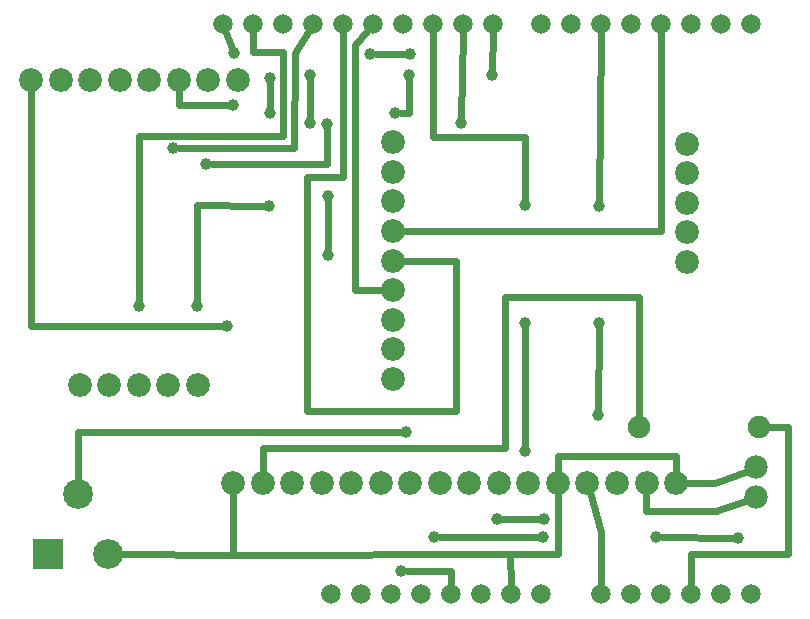
<source format=gtl>
G04 MADE WITH FRITZING*
G04 WWW.FRITZING.ORG*
G04 DOUBLE SIDED*
G04 HOLES PLATED*
G04 CONTOUR ON CENTER OF CONTOUR VECTOR*
%ASAXBY*%
%FSLAX23Y23*%
%MOIN*%
%OFA0B0*%
%SFA1.0B1.0*%
%ADD10C,0.039370*%
%ADD11C,0.099000*%
%ADD12C,0.075000*%
%ADD13C,0.079370*%
%ADD14C,0.078000*%
%ADD15C,0.065278*%
%ADD16R,0.099000X0.099000*%
%ADD17C,0.024000*%
%LNCOPPER1*%
G90*
G70*
G54D10*
X1352Y642D03*
X1537Y1673D03*
X757Y996D03*
X781Y1906D03*
X462Y1063D03*
X576Y1587D03*
X1336Y177D03*
X1655Y351D03*
X1812Y351D03*
X1994Y697D03*
X1749Y579D03*
G54D11*
X359Y236D03*
X159Y236D03*
X259Y436D03*
G54D12*
X2531Y658D03*
X2131Y658D03*
G54D13*
X265Y799D03*
X364Y799D03*
X462Y799D03*
X560Y799D03*
X659Y799D03*
X2253Y473D03*
X2155Y473D03*
X2057Y473D03*
X1958Y473D03*
X1860Y473D03*
X1761Y473D03*
X1663Y473D03*
X1564Y473D03*
X1466Y473D03*
X1368Y473D03*
X1269Y473D03*
X1171Y473D03*
X1072Y473D03*
X974Y473D03*
X875Y473D03*
X777Y473D03*
X2289Y1209D03*
X2289Y1307D03*
X2289Y1406D03*
X2289Y1504D03*
X2289Y1603D03*
X1309Y1607D03*
X1309Y1508D03*
X1309Y1410D03*
X1309Y1311D03*
X1309Y1213D03*
X1309Y1114D03*
X1309Y1016D03*
X1309Y918D03*
X1309Y819D03*
X793Y1815D03*
X694Y1815D03*
X596Y1815D03*
X498Y1815D03*
X399Y1815D03*
X301Y1815D03*
X202Y1815D03*
X104Y1815D03*
G54D14*
X2521Y524D03*
X2521Y425D03*
G54D10*
X1749Y1004D03*
X1749Y1398D03*
X1446Y292D03*
X1809Y292D03*
X2186Y292D03*
X2461Y288D03*
X1092Y1429D03*
X1092Y1233D03*
X895Y1394D03*
X655Y1063D03*
X777Y1733D03*
X1234Y1902D03*
X1368Y1902D03*
X686Y1536D03*
X1091Y1667D03*
X1316Y1705D03*
X1364Y1831D03*
X1639Y1831D03*
X1998Y1394D03*
X1996Y1004D03*
X1033Y1831D03*
X1033Y1670D03*
X900Y1704D03*
X900Y1820D03*
G54D15*
X2103Y100D03*
X2203Y100D03*
X2303Y100D03*
X2403Y100D03*
X2503Y100D03*
X1643Y2000D03*
X1543Y2000D03*
X1443Y2000D03*
X1343Y2000D03*
X1243Y2000D03*
X1143Y2000D03*
X1043Y2000D03*
X943Y2000D03*
X843Y2000D03*
X743Y2000D03*
X2503Y2000D03*
X2403Y2000D03*
X2303Y2000D03*
X2203Y2000D03*
X2103Y2000D03*
X2003Y2000D03*
X1903Y2000D03*
X1803Y2000D03*
X1203Y100D03*
X1103Y100D03*
X1303Y100D03*
X1403Y100D03*
X1503Y100D03*
X1603Y100D03*
X1703Y100D03*
X1803Y100D03*
X2003Y100D03*
G54D16*
X159Y236D03*
G54D17*
X2003Y307D02*
X2003Y132D01*
D02*
X1966Y443D02*
X2003Y307D01*
D02*
X1222Y1977D02*
X1182Y1933D01*
D02*
X1024Y1493D02*
X1023Y711D01*
D02*
X1143Y1493D02*
X1024Y1493D01*
D02*
X1143Y1969D02*
X1143Y1493D01*
D02*
X1182Y1114D02*
X1278Y1114D01*
D02*
X1182Y1492D02*
X1182Y1114D01*
D02*
X1182Y1933D02*
X1182Y1492D01*
D02*
X1520Y1213D02*
X1339Y1213D01*
D02*
X1520Y711D02*
X1520Y1213D01*
D02*
X1023Y711D02*
X1520Y711D01*
D02*
X596Y1784D02*
X596Y1733D01*
D02*
X259Y642D02*
X1333Y642D01*
D02*
X259Y468D02*
X259Y642D01*
D02*
X1253Y1902D02*
X1349Y1902D01*
D02*
X596Y1733D02*
X758Y1733D01*
D02*
X1542Y1969D02*
X1537Y1692D01*
D02*
X2203Y1808D02*
X2203Y1311D01*
D02*
X2203Y1969D02*
X2203Y1808D01*
D02*
X738Y996D02*
X104Y996D01*
D02*
X2203Y1311D02*
X1339Y1311D01*
D02*
X774Y1923D02*
X754Y1971D01*
D02*
X104Y996D02*
X104Y1784D01*
D02*
X843Y1909D02*
X942Y1909D01*
D02*
X942Y1909D02*
X942Y1628D01*
D02*
X843Y1969D02*
X843Y1909D01*
D02*
X462Y1628D02*
X462Y1082D01*
D02*
X942Y1628D02*
X462Y1628D01*
D02*
X1700Y236D02*
X1702Y132D01*
D02*
X595Y1587D02*
X979Y1587D01*
D02*
X1860Y236D02*
X1700Y236D01*
D02*
X1860Y442D02*
X1860Y236D01*
D02*
X979Y1587D02*
X983Y1905D01*
D02*
X983Y1905D02*
X1026Y1974D01*
D02*
X1793Y351D02*
X1674Y351D01*
D02*
X1355Y177D02*
X1504Y177D01*
D02*
X1504Y177D02*
X1503Y132D01*
D02*
X2131Y1090D02*
X2131Y686D01*
D02*
X1682Y1090D02*
X2131Y1090D01*
D02*
X875Y587D02*
X1682Y587D01*
D02*
X875Y504D02*
X875Y587D01*
D02*
X1682Y587D02*
X1682Y1090D01*
D02*
X2493Y513D02*
X2384Y472D01*
D02*
X2384Y472D02*
X2284Y473D01*
D02*
X1860Y562D02*
X1860Y504D01*
D02*
X2253Y503D02*
X2253Y562D01*
D02*
X2253Y562D02*
X1860Y562D01*
D02*
X2625Y658D02*
X2560Y658D01*
D02*
X2303Y234D02*
X2625Y234D01*
D02*
X2303Y132D02*
X2303Y234D01*
D02*
X2625Y234D02*
X2625Y658D01*
D02*
X1749Y598D02*
X1749Y985D01*
D02*
X1749Y1417D02*
X1749Y1624D01*
D02*
X1749Y1624D02*
X1443Y1624D01*
D02*
X1443Y1624D02*
X1443Y1969D01*
D02*
X1465Y292D02*
X1790Y292D01*
D02*
X2205Y291D02*
X2442Y288D01*
D02*
X1092Y1410D02*
X1092Y1252D01*
D02*
X655Y1082D02*
X655Y1398D01*
D02*
X655Y1398D02*
X876Y1394D01*
D02*
X1091Y1536D02*
X1091Y1648D01*
D02*
X705Y1536D02*
X1091Y1536D01*
D02*
X1335Y1705D02*
X1364Y1705D01*
D02*
X1364Y1705D02*
X1364Y1812D01*
D02*
X1640Y1850D02*
X1642Y1969D01*
D02*
X1998Y1413D02*
X2003Y1969D01*
D02*
X1994Y716D02*
X1996Y985D01*
D02*
X1033Y1689D02*
X1033Y1812D01*
D02*
X900Y1723D02*
X900Y1801D01*
D02*
X1700Y236D02*
X775Y233D01*
D02*
X777Y442D02*
X775Y233D01*
D02*
X2385Y379D02*
X2152Y379D01*
D02*
X2152Y379D02*
X2154Y442D01*
D02*
X2493Y416D02*
X2385Y379D01*
D02*
X391Y236D02*
X775Y233D01*
G04 End of Copper1*
M02*
</source>
